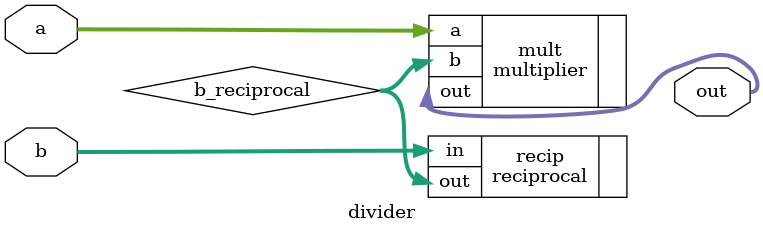
<source format=v>

module floatMultiplier(a, b, out);
  input  [31:0] a, b;
  output [31:0] out;

  wire [31:0] out;
	reg a_sign;
  reg [7:0] a_exponent;
  reg [23:0] a_mantissa;
	reg b_sign;
  reg [7:0] b_exponent;
  reg [23:0] b_mantissa;

  reg o_sign;
  reg [7:0] o_exponent;
  reg [24:0] o_mantissa;

	reg [47:0] product;

  assign out[31] = o_sign;
  assign out[30:23] = o_exponent;
  assign out[22:0] = o_mantissa[22:0];

	reg  [7:0] i_e;
	reg  [47:0] i_m;
	wire [7:0] o_e;
	wire [47:0] o_m;

	multiplication_normaliser norm1
	(
		.in_e(i_e),
		.in_m(i_m),
		.out_e(o_e),
		.out_m(o_m)
	);


  always @ ( * ) begin
		a_sign = a[31];
		if(a[30:23] == 0) begin
			a_exponent = 8'b00000001;
			a_mantissa = {1'b0, a[22:0]};
		end else begin
			a_exponent = a[30:23];
			a_mantissa = {1'b1, a[22:0]};
		end
		b_sign = b[31];
		if(b[30:23] == 0) begin
			b_exponent = 8'b00000001;
			b_mantissa = {1'b0, b[22:0]};
		end else begin
			b_exponent = b[30:23];
			b_mantissa = {1'b1, b[22:0]};
		end
    o_sign = a_sign ^ b_sign;
    o_exponent = a_exponent + b_exponent - 127;
    product = a_mantissa * b_mantissa;
		// Normalization
    if(product[47] == 1) begin
      o_exponent = o_exponent + 1;
      product = product >> 1;
    end else if((product[46] != 1) && (o_exponent != 0)) begin
      i_e = o_exponent;
      i_m = product;
      o_exponent = o_e;
      product = o_m;
    end
		o_mantissa = product[46:23];
	end
endmodule
module multiplication_normaliser(in_e, in_m, out_e, out_m);
  input [7:0] in_e;
  input [47:0] in_m;
  output [7:0] out_e;
  output [47:0] out_m;

  wire [7:0] in_e;
  wire [47:0] in_m;
  reg [7:0] out_e;
  reg [47:0] out_m;

  always @ ( * ) begin
	  if (in_m[46:41] == 6'b000001) begin
			out_e = in_e - 5;
			out_m = in_m << 5;
		end else if (in_m[46:42] == 5'b00001) begin
			out_e = in_e - 4;
			out_m = in_m << 4;
		end else if (in_m[46:43] == 4'b0001) begin
			out_e = in_e - 3;
			out_m = in_m << 3;
		end else if (in_m[46:44] == 3'b001) begin
			out_e = in_e - 2;
			out_m = in_m << 2;
		end else if (in_m[46:45] == 2'b01) begin
			out_e = in_e - 1;
			out_m = in_m << 1;
		end
  end
endmodule

module divider (a, b, out);
	input [31:0] a;
	input [31:0] b;
	output [31:0] out;

	wire [31:0] b_reciprocal;

	reciprocal recip
	(
		.in(b),
		.out(b_reciprocal)
	);

	multiplier mult
	(
		.a(a),
		.b(b_reciprocal),
		.out(out)
	);

endmodule



</source>
